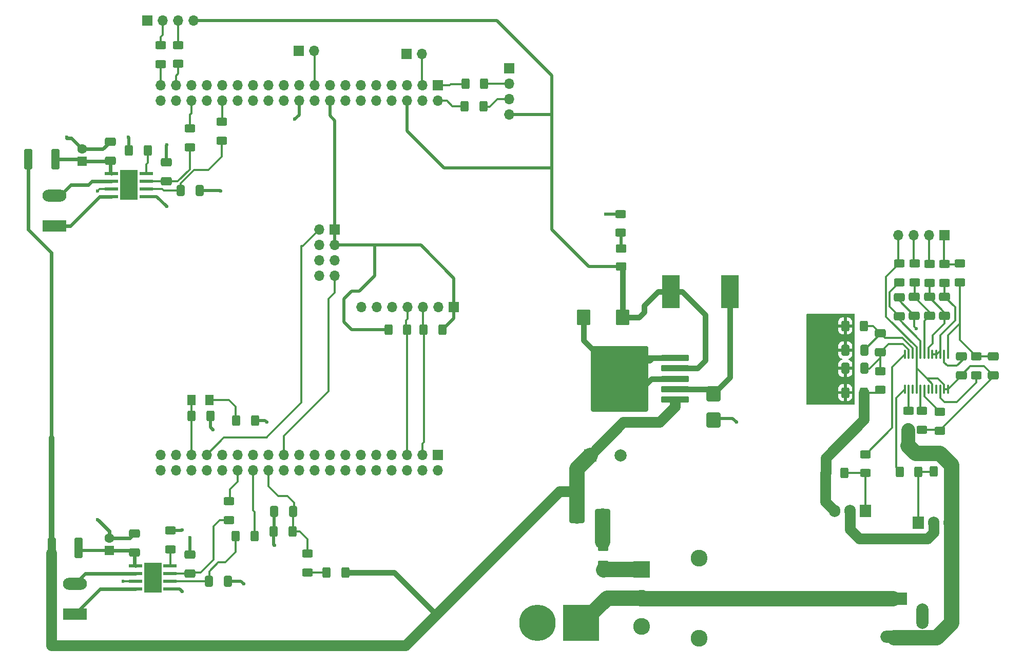
<source format=gbr>
%TF.GenerationSoftware,KiCad,Pcbnew,(7.0.0)*%
%TF.CreationDate,2023-05-15T14:27:38+03:00*%
%TF.ProjectId,ESP,4553502e-6b69-4636-9164-5f7063625858,rev?*%
%TF.SameCoordinates,Original*%
%TF.FileFunction,Copper,L1,Top*%
%TF.FilePolarity,Positive*%
%FSLAX46Y46*%
G04 Gerber Fmt 4.6, Leading zero omitted, Abs format (unit mm)*
G04 Created by KiCad (PCBNEW (7.0.0)) date 2023-05-15 14:27:38*
%MOMM*%
%LPD*%
G01*
G04 APERTURE LIST*
G04 Aperture macros list*
%AMRoundRect*
0 Rectangle with rounded corners*
0 $1 Rounding radius*
0 $2 $3 $4 $5 $6 $7 $8 $9 X,Y pos of 4 corners*
0 Add a 4 corners polygon primitive as box body*
4,1,4,$2,$3,$4,$5,$6,$7,$8,$9,$2,$3,0*
0 Add four circle primitives for the rounded corners*
1,1,$1+$1,$2,$3*
1,1,$1+$1,$4,$5*
1,1,$1+$1,$6,$7*
1,1,$1+$1,$8,$9*
0 Add four rect primitives between the rounded corners*
20,1,$1+$1,$2,$3,$4,$5,0*
20,1,$1+$1,$4,$5,$6,$7,0*
20,1,$1+$1,$6,$7,$8,$9,0*
20,1,$1+$1,$8,$9,$2,$3,0*%
G04 Aperture macros list end*
%TA.AperFunction,SMDPad,CuDef*%
%ADD10RoundRect,0.250000X0.625000X-0.400000X0.625000X0.400000X-0.625000X0.400000X-0.625000X-0.400000X0*%
%TD*%
%TA.AperFunction,SMDPad,CuDef*%
%ADD11RoundRect,0.250000X0.412500X0.650000X-0.412500X0.650000X-0.412500X-0.650000X0.412500X-0.650000X0*%
%TD*%
%TA.AperFunction,SMDPad,CuDef*%
%ADD12RoundRect,0.250000X-0.400000X-1.450000X0.400000X-1.450000X0.400000X1.450000X-0.400000X1.450000X0*%
%TD*%
%TA.AperFunction,ComponentPad*%
%ADD13R,1.905000X2.000000*%
%TD*%
%TA.AperFunction,ComponentPad*%
%ADD14O,1.905000X2.000000*%
%TD*%
%TA.AperFunction,SMDPad,CuDef*%
%ADD15RoundRect,0.250000X2.050000X0.300000X-2.050000X0.300000X-2.050000X-0.300000X2.050000X-0.300000X0*%
%TD*%
%TA.AperFunction,SMDPad,CuDef*%
%ADD16RoundRect,0.250000X2.025000X2.375000X-2.025000X2.375000X-2.025000X-2.375000X2.025000X-2.375000X0*%
%TD*%
%TA.AperFunction,SMDPad,CuDef*%
%ADD17RoundRect,0.250002X4.449998X5.149998X-4.449998X5.149998X-4.449998X-5.149998X4.449998X-5.149998X0*%
%TD*%
%TA.AperFunction,SMDPad,CuDef*%
%ADD18RoundRect,0.250000X-0.400000X-0.625000X0.400000X-0.625000X0.400000X0.625000X-0.400000X0.625000X0*%
%TD*%
%TA.AperFunction,SMDPad,CuDef*%
%ADD19RoundRect,0.250000X-0.625000X0.400000X-0.625000X-0.400000X0.625000X-0.400000X0.625000X0.400000X0*%
%TD*%
%TA.AperFunction,SMDPad,CuDef*%
%ADD20RoundRect,0.250000X0.650000X-0.412500X0.650000X0.412500X-0.650000X0.412500X-0.650000X-0.412500X0*%
%TD*%
%TA.AperFunction,SMDPad,CuDef*%
%ADD21RoundRect,0.250000X0.400000X0.625000X-0.400000X0.625000X-0.400000X-0.625000X0.400000X-0.625000X0*%
%TD*%
%TA.AperFunction,ComponentPad*%
%ADD22R,2.775000X2.775000*%
%TD*%
%TA.AperFunction,ComponentPad*%
%ADD23C,2.775000*%
%TD*%
%TA.AperFunction,ComponentPad*%
%ADD24R,1.700000X1.700000*%
%TD*%
%TA.AperFunction,ComponentPad*%
%ADD25O,1.700000X1.700000*%
%TD*%
%TA.AperFunction,ComponentPad*%
%ADD26R,1.600000X1.600000*%
%TD*%
%TA.AperFunction,ComponentPad*%
%ADD27C,1.600000*%
%TD*%
%TA.AperFunction,ComponentPad*%
%ADD28C,6.000000*%
%TD*%
%TA.AperFunction,ComponentPad*%
%ADD29R,6.000000X6.000000*%
%TD*%
%TA.AperFunction,SMDPad,CuDef*%
%ADD30RoundRect,0.250000X0.875000X1.025000X-0.875000X1.025000X-0.875000X-1.025000X0.875000X-1.025000X0*%
%TD*%
%TA.AperFunction,SMDPad,CuDef*%
%ADD31RoundRect,0.250000X-1.000000X-0.900000X1.000000X-0.900000X1.000000X0.900000X-1.000000X0.900000X0*%
%TD*%
%TA.AperFunction,ComponentPad*%
%ADD32R,2.000000X2.000000*%
%TD*%
%TA.AperFunction,ComponentPad*%
%ADD33C,2.000000*%
%TD*%
%TA.AperFunction,SMDPad,CuDef*%
%ADD34RoundRect,0.250001X-0.624999X0.462499X-0.624999X-0.462499X0.624999X-0.462499X0.624999X0.462499X0*%
%TD*%
%TA.AperFunction,SMDPad,CuDef*%
%ADD35R,2.900000X5.400000*%
%TD*%
%TA.AperFunction,SMDPad,CuDef*%
%ADD36R,2.200000X0.500000*%
%TD*%
%TA.AperFunction,ComponentPad*%
%ADD37C,0.630000*%
%TD*%
%TA.AperFunction,SMDPad,CuDef*%
%ADD38R,2.950000X4.900000*%
%TD*%
%TA.AperFunction,SMDPad,CuDef*%
%ADD39RoundRect,0.250000X-0.650000X0.412500X-0.650000X-0.412500X0.650000X-0.412500X0.650000X0.412500X0*%
%TD*%
%TA.AperFunction,SMDPad,CuDef*%
%ADD40RoundRect,0.250001X0.624999X-0.462499X0.624999X0.462499X-0.624999X0.462499X-0.624999X-0.462499X0*%
%TD*%
%TA.AperFunction,SMDPad,CuDef*%
%ADD41RoundRect,0.100000X-0.100000X0.637500X-0.100000X-0.637500X0.100000X-0.637500X0.100000X0.637500X0*%
%TD*%
%TA.AperFunction,ComponentPad*%
%ADD42R,3.960000X1.980000*%
%TD*%
%TA.AperFunction,ComponentPad*%
%ADD43O,3.960000X1.980000*%
%TD*%
%TA.AperFunction,SMDPad,CuDef*%
%ADD44RoundRect,0.250000X-0.900000X1.000000X-0.900000X-1.000000X0.900000X-1.000000X0.900000X1.000000X0*%
%TD*%
%TA.AperFunction,SMDPad,CuDef*%
%ADD45RoundRect,0.250000X-0.412500X-0.650000X0.412500X-0.650000X0.412500X0.650000X-0.412500X0.650000X0*%
%TD*%
%TA.AperFunction,ComponentPad*%
%ADD46R,4.600000X2.000000*%
%TD*%
%TA.AperFunction,ComponentPad*%
%ADD47O,4.200000X2.000000*%
%TD*%
%TA.AperFunction,ComponentPad*%
%ADD48O,2.000000X4.200000*%
%TD*%
%TA.AperFunction,SMDPad,CuDef*%
%ADD49RoundRect,0.250001X0.462499X0.624999X-0.462499X0.624999X-0.462499X-0.624999X0.462499X-0.624999X0*%
%TD*%
%TA.AperFunction,ViaPad*%
%ADD50C,0.600000*%
%TD*%
%TA.AperFunction,Conductor*%
%ADD51C,0.500000*%
%TD*%
%TA.AperFunction,Conductor*%
%ADD52C,0.300000*%
%TD*%
%TA.AperFunction,Conductor*%
%ADD53C,0.600000*%
%TD*%
%TA.AperFunction,Conductor*%
%ADD54C,0.900000*%
%TD*%
%TA.AperFunction,Conductor*%
%ADD55C,2.500000*%
%TD*%
%TA.AperFunction,Conductor*%
%ADD56C,1.800000*%
%TD*%
%TA.AperFunction,Conductor*%
%ADD57C,2.300000*%
%TD*%
G04 APERTURE END LIST*
D10*
%TO.P,R19,1*%
%TO.N,Net-(U6-ILIM)*%
X83100000Y-126850000D03*
%TO.P,R19,2*%
%TO.N,Battery-*%
X83100000Y-123750000D03*
%TD*%
D11*
%TO.P,C12,1*%
%TO.N,Battery level*%
X103362500Y-120600000D03*
%TO.P,C12,2*%
%TO.N,Battery-*%
X100237500Y-120600000D03*
%TD*%
D12*
%TO.P,F2,1*%
%TO.N,+12V*%
X59665000Y-62550000D03*
%TO.P,F2,2*%
%TO.N,N/C*%
X64115000Y-62550000D03*
%TD*%
D13*
%TO.P,Q6,1,G*%
%TO.N,Net-(Q6-G)*%
X197779999Y-120537499D03*
D14*
%TO.P,Q6,2,D*%
%TO.N,Net-(Q5-D)*%
X195239999Y-120537499D03*
%TO.P,Q6,3,S*%
%TO.N,Net-(Q6-S)*%
X192699999Y-120537499D03*
%TD*%
D11*
%TO.P,C21,1*%
%TO.N,Net-(U1-SRP)*%
X197540000Y-94007500D03*
%TO.P,C21,2*%
%TO.N,Battery-*%
X194415000Y-94007500D03*
%TD*%
D15*
%TO.P,U5,1,VIN*%
%TO.N,+12V*%
X166375000Y-102125000D03*
%TO.P,U5,2,OUT*%
%TO.N,Net-(D1-K)*%
X166375000Y-100425000D03*
%TO.P,U5,3,GND*%
%TO.N,Battery-*%
X166375000Y-98725000D03*
D16*
X159650000Y-101500000D03*
X159650000Y-95950000D03*
D17*
X157225000Y-98725000D03*
D16*
X154800000Y-101500000D03*
X154800000Y-95950000D03*
D15*
%TO.P,U5,4,FB*%
%TO.N,+5V*%
X166375000Y-97025000D03*
%TO.P,U5,5,~{ON}/OFF*%
%TO.N,Battery-*%
X166375000Y-95325000D03*
%TD*%
D18*
%TO.P,R33,1*%
%TO.N,Net-(Q6-S)*%
X191190000Y-114232500D03*
%TO.P,R33,2*%
%TO.N,Net-(Q6-G)*%
X194290000Y-114232500D03*
%TD*%
D19*
%TO.P,R24,1*%
%TO.N,Net-(U1-LD)*%
X204815000Y-104045000D03*
%TO.P,R24,2*%
%TO.N,P-*%
X204815000Y-107145000D03*
%TD*%
D20*
%TO.P,C8,1*%
%TO.N,N/C*%
X77200000Y-127362500D03*
%TO.P,C8,2*%
%TO.N,Battery-*%
X77200000Y-124237500D03*
%TD*%
D19*
%TO.P,R26,1*%
%TO.N,Net-(U1-SRN)*%
X200215000Y-97457500D03*
%TO.P,R26,2*%
%TO.N,Net-(Q6-S)*%
X200215000Y-100557500D03*
%TD*%
D21*
%TO.P,R25,1*%
%TO.N,Net-(Q6-S)*%
X197515000Y-101007500D03*
%TO.P,R25,2*%
%TO.N,Battery-*%
X194415000Y-101007500D03*
%TD*%
D22*
%TO.P,SW1,1,A*%
%TO.N,Net-(SW1-A)*%
X160809999Y-130174999D03*
D23*
%TO.P,SW1,2,B*%
%TO.N,Battery+*%
X160810000Y-134875000D03*
%TO.P,SW1,3,C*%
%TO.N,unconnected-(SW1-C-Pad3)*%
X160810000Y-139575000D03*
%TO.P,SW1,S1*%
%TO.N,N/C*%
X170340000Y-128270000D03*
%TO.P,SW1,S2*%
X170340000Y-141480000D03*
%TD*%
D24*
%TO.P,J12,1,Pin_1*%
%TO.N,Battery-*%
X104299999Y-44699999D03*
D25*
%TO.P,J12,2,Pin_2*%
%TO.N,Bumper Button 2*%
X106839999Y-44699999D03*
%TD*%
D26*
%TO.P,C9,1*%
%TO.N,N/C*%
X73024999Y-126999999D03*
D27*
%TO.P,C9,2*%
%TO.N,Battery-*%
X73025000Y-125000000D03*
%TD*%
D21*
%TO.P,R7,1*%
%TO.N,+3.3V*%
X127950000Y-90670000D03*
%TO.P,R7,2*%
%TO.N,Net-(J16-Pin_3)*%
X124850000Y-90670000D03*
%TD*%
D28*
%TO.P,J6,N,NEG*%
%TO.N,Battery-*%
X143670000Y-139000000D03*
D29*
%TO.P,J6,P,POS*%
%TO.N,Battery+*%
X150869999Y-138999999D03*
%TD*%
D21*
%TO.P,R3k1,1*%
%TO.N,InputA2*%
X97000000Y-124700000D03*
%TO.P,R3k1,2*%
%TO.N,Net-(U6-IN2)*%
X93900000Y-124700000D03*
%TD*%
D24*
%TO.P,J2,1,Pin_1*%
%TO.N,+3.3V*%
X129839999Y-86869999D03*
D25*
%TO.P,J2,2,Pin_2*%
%TO.N,Battery-*%
X127299999Y-86869999D03*
%TO.P,J2,3,Pin_3*%
%TO.N,Net-(J16-Pin_3)*%
X124759999Y-86869999D03*
%TO.P,J2,4,Pin_4*%
%TO.N,Net-(J16-Pin_5)*%
X122219999Y-86869999D03*
%TO.P,J2,5,Pin_5*%
%TO.N,unconnected-(J2-Pin_5-Pad5)*%
X119679999Y-86869999D03*
%TO.P,J2,6,Pin_6*%
%TO.N,unconnected-(J2-Pin_6-Pad6)*%
X117139999Y-86869999D03*
%TO.P,J2,7,Pin_7*%
%TO.N,unconnected-(J2-Pin_7-Pad7)*%
X114599999Y-86869999D03*
%TD*%
D18*
%TO.P,R10,1*%
%TO.N,Net-(D4-K)*%
X93970000Y-105600000D03*
%TO.P,R10,2*%
%TO.N,Battery-*%
X97070000Y-105600000D03*
%TD*%
D19*
%TO.P,R17,1*%
%TO.N,InputA1*%
X92800000Y-118950000D03*
%TO.P,R17,2*%
%TO.N,Net-(U6-IN1)*%
X92800000Y-122050000D03*
%TD*%
D10*
%TO.P,R15,1*%
%TO.N,Trig A*%
X84400000Y-46800000D03*
%TO.P,R15,2*%
%TO.N,Net-(J7-Pin_3)*%
X84400000Y-43700000D03*
%TD*%
D24*
%TO.P,J3,1,Pin_1*%
%TO.N,Cell3+*%
X210814999Y-75094999D03*
D25*
%TO.P,J3,2,Pin_2*%
%TO.N,Cell2+*%
X208274999Y-75094999D03*
%TO.P,J3,3,Pin_3*%
%TO.N,Cell1+*%
X205734999Y-75094999D03*
%TO.P,J3,4,Pin_4*%
%TO.N,Battery-*%
X203194999Y-75094999D03*
%TD*%
D19*
%TO.P,R9,1*%
%TO.N,Battery-*%
X203315000Y-79745000D03*
%TO.P,R9,2*%
%TO.N,Net-(U1-VC0)*%
X203315000Y-82845000D03*
%TD*%
D30*
%TO.P,C11,1*%
%TO.N,+5V*%
X157700000Y-88600000D03*
%TO.P,C11,2*%
%TO.N,Battery-*%
X151300000Y-88600000D03*
%TD*%
D21*
%TO.P,R16,1*%
%TO.N,Net-(U4-ILIM)*%
X79350000Y-61100000D03*
%TO.P,R16,2*%
%TO.N,Battery-*%
X76250000Y-61100000D03*
%TD*%
D19*
%TO.P,R29,1*%
%TO.N,N/C*%
X216065000Y-95045000D03*
%TO.P,R29,2*%
%TO.N,Net-(U1-PRES)*%
X216065000Y-98145000D03*
%TD*%
D24*
%TO.P,J11,1,Pin_1*%
%TO.N,Battery-*%
X122059999Y-45174999D03*
D25*
%TO.P,J11,2,Pin_2*%
%TO.N,Bumper Button 1*%
X124599999Y-45174999D03*
%TD*%
D12*
%TO.P,F3,1*%
%TO.N,+12V*%
X63525000Y-126650000D03*
%TO.P,F3,2*%
%TO.N,N/C*%
X67975000Y-126650000D03*
%TD*%
D31*
%TO.P,D6,1,K*%
%TO.N,+12V*%
X150125000Y-121375000D03*
%TO.P,D6,2,A*%
%TO.N,Net-(D6-A)*%
X154425000Y-121375000D03*
%TD*%
D19*
%TO.P,R21,1*%
%TO.N,InputB2*%
X91600000Y-56350000D03*
%TO.P,R21,2*%
%TO.N,Net-(U4-IN2)*%
X91600000Y-59450000D03*
%TD*%
D18*
%TO.P,R23,1*%
%TO.N,Echo B*%
X131750000Y-50100000D03*
%TO.P,R23,2*%
%TO.N,Net-(J15-Pin_2)*%
X134850000Y-50100000D03*
%TD*%
D32*
%TO.P,C7,1*%
%TO.N,+12V*%
X152324999Y-111374999D03*
D33*
%TO.P,C7,2*%
%TO.N,Battery-*%
X157325000Y-111375000D03*
%TD*%
D10*
%TO.P,R11,1*%
%TO.N,N/C*%
X213315000Y-82845000D03*
%TO.P,R11,2*%
%TO.N,Cell3+*%
X213315000Y-79745000D03*
%TD*%
D19*
%TO.P,R3,1*%
%TO.N,Net-(U1-TS)*%
X209990000Y-104182500D03*
%TO.P,R3,2*%
%TO.N,Battery-*%
X209990000Y-107282500D03*
%TD*%
D34*
%TO.P,D2,1,K*%
%TO.N,Net-(D2-K)*%
X157432045Y-77263234D03*
%TO.P,D2,2,A*%
%TO.N,+5V*%
X157432045Y-80238234D03*
%TD*%
D19*
%TO.P,R28,1*%
%TO.N,Net-(U1-OCDP)*%
X207065000Y-104045000D03*
%TO.P,R28,2*%
%TO.N,Battery-*%
X207065000Y-107145000D03*
%TD*%
D35*
%TO.P,L1,1*%
%TO.N,Net-(D1-K)*%
X175379999Y-84369999D03*
%TO.P,L1,2*%
%TO.N,+5V*%
X165679999Y-84369999D03*
%TD*%
D21*
%TO.P,R31,1*%
%TO.N,Net-(Q5-G)*%
X206490000Y-114082500D03*
%TO.P,R31,2*%
%TO.N,CHG*%
X203390000Y-114082500D03*
%TD*%
D20*
%TO.P,C19,1*%
%TO.N,Net-(U1-SRN)*%
X200215000Y-94320000D03*
%TO.P,C19,2*%
%TO.N,Net-(U1-SRP)*%
X200215000Y-91195000D03*
%TD*%
%TO.P,C18,1*%
%TO.N,Battery-*%
X213565000Y-98157500D03*
%TO.P,C18,2*%
%TO.N,Net-(U1-AVDD)*%
X213565000Y-95032500D03*
%TD*%
D18*
%TO.P,R22,1*%
%TO.N,Trig B*%
X131650000Y-53800000D03*
%TO.P,R22,2*%
%TO.N,Net-(J15-Pin_3)*%
X134750000Y-53800000D03*
%TD*%
D36*
%TO.P,U4,1,GND*%
%TO.N,Battery-*%
X79124999Y-68704999D03*
%TO.P,U4,2,IN2*%
%TO.N,Net-(U4-IN2)*%
X79124999Y-67434999D03*
%TO.P,U4,3,IN1*%
%TO.N,Net-(U4-IN1)*%
X79124999Y-66164999D03*
%TO.P,U4,4,ILIM*%
%TO.N,Net-(U4-ILIM)*%
X79124999Y-64894999D03*
%TO.P,U4,5,VM*%
%TO.N,N/C*%
X73374999Y-64894999D03*
%TO.P,U4,6,OUT1*%
%TO.N,MotorB+*%
X73374999Y-66164999D03*
%TO.P,U4,7,GND*%
%TO.N,Battery-*%
X73374999Y-67434999D03*
%TO.P,U4,8,OUT2*%
%TO.N,MotorB-*%
X73374999Y-68704999D03*
D37*
%TO.P,U4,9,GND*%
%TO.N,Battery-*%
X76900000Y-68100000D03*
X76900000Y-66800000D03*
X76900000Y-65500000D03*
D38*
X76249999Y-66799999D03*
D37*
X75600000Y-68100000D03*
X75600000Y-66800000D03*
X75600000Y-65500000D03*
%TD*%
D19*
%TO.P,R2,1*%
%TO.N,Cell3+*%
X210815000Y-79795000D03*
%TO.P,R2,2*%
%TO.N,Net-(U1-VC3)*%
X210815000Y-82895000D03*
%TD*%
D21*
%TO.P,R27,1*%
%TO.N,Net-(U1-SRP)*%
X197515000Y-90007500D03*
%TO.P,R27,2*%
%TO.N,Battery-*%
X194415000Y-90007500D03*
%TD*%
D20*
%TO.P,C4,1*%
%TO.N,N/C*%
X73200000Y-62762500D03*
%TO.P,C4,2*%
%TO.N,Battery-*%
X73200000Y-59637500D03*
%TD*%
D24*
%TO.P,J7,1,Pin_1*%
%TO.N,Battery-*%
X79299999Y-39699999D03*
D25*
%TO.P,J7,2,Pin_2*%
%TO.N,Net-(J7-Pin_2)*%
X81839999Y-39699999D03*
%TO.P,J7,3,Pin_3*%
%TO.N,Net-(J7-Pin_3)*%
X84379999Y-39699999D03*
%TO.P,J7,4,Pin_4*%
%TO.N,+5V*%
X86919999Y-39699999D03*
%TD*%
D24*
%TO.P,J15,1,Pin_1*%
%TO.N,Battery-*%
X138999999Y-47559999D03*
D25*
%TO.P,J15,2,Pin_2*%
%TO.N,Net-(J15-Pin_2)*%
X138999999Y-50099999D03*
%TO.P,J15,3,Pin_3*%
%TO.N,Net-(J15-Pin_3)*%
X138999999Y-52639999D03*
%TO.P,J15,4,Pin_4*%
%TO.N,+5V*%
X138999999Y-55179999D03*
%TD*%
D18*
%TO.P,R1,1*%
%TO.N,+3.3V*%
X119050000Y-90670000D03*
%TO.P,R1,2*%
%TO.N,Net-(J16-Pin_5)*%
X122150000Y-90670000D03*
%TD*%
D39*
%TO.P,C16,1*%
%TO.N,Net-(U1-VC1)*%
X205815000Y-85220000D03*
%TO.P,C16,2*%
%TO.N,Battery-*%
X205815000Y-88345000D03*
%TD*%
%TO.P,C1,1*%
%TO.N,N/C*%
X218815000Y-95032500D03*
%TO.P,C1,2*%
%TO.N,Battery-*%
X218815000Y-98157500D03*
%TD*%
D40*
%TO.P,F1,1*%
%TO.N,Net-(SW1-A)*%
X154500000Y-129387500D03*
%TO.P,F1,2*%
%TO.N,Net-(D6-A)*%
X154500000Y-126412500D03*
%TD*%
D39*
%TO.P,C3,1*%
%TO.N,Net-(U1-VC2)*%
X208315000Y-85220000D03*
%TO.P,C3,2*%
%TO.N,Net-(U1-VC1)*%
X208315000Y-88345000D03*
%TD*%
D18*
%TO.P,R8,1*%
%TO.N,Fan Signal*%
X86570000Y-104900000D03*
%TO.P,R8,2*%
%TO.N,Battery-*%
X89670000Y-104900000D03*
%TD*%
D41*
%TO.P,U1,1,VDD*%
%TO.N,N/C*%
X211390000Y-94732500D03*
%TO.P,U1,2,AVDD*%
%TO.N,Net-(U1-AVDD)*%
X210740000Y-94732500D03*
%TO.P,U1,3,VC5*%
%TO.N,Net-(U1-VC3)*%
X210090000Y-94732500D03*
%TO.P,U1,4,VC4*%
X209440000Y-94732500D03*
%TO.P,U1,5,VC3*%
X208790000Y-94732500D03*
%TO.P,U1,6,VC2*%
%TO.N,Net-(U1-VC2)*%
X208140000Y-94732500D03*
%TO.P,U1,7,VC1*%
%TO.N,Net-(U1-VC1)*%
X207490000Y-94732500D03*
%TO.P,U1,8,VC0*%
%TO.N,Net-(U1-VC0)*%
X206840000Y-94732500D03*
%TO.P,U1,9,VSS*%
%TO.N,Battery-*%
X206190000Y-94732500D03*
%TO.P,U1,10,SRP*%
%TO.N,Net-(U1-SRP)*%
X205540000Y-94732500D03*
%TO.P,U1,11,SRN*%
%TO.N,Net-(U1-SRN)*%
X204890000Y-94732500D03*
%TO.P,U1,12,DSG*%
%TO.N,DSG*%
X204240000Y-94732500D03*
%TO.P,U1,13,CHG*%
%TO.N,CHG*%
X204240000Y-100457500D03*
%TO.P,U1,14,LD*%
%TO.N,Net-(U1-LD)*%
X204890000Y-100457500D03*
%TO.P,U1,15,LPWR*%
%TO.N,unconnected-(U1-LPWR-Pad15)*%
X205540000Y-100457500D03*
%TO.P,U1,16,CBI*%
%TO.N,Battery-*%
X206190000Y-100457500D03*
%TO.P,U1,17,OCDP*%
%TO.N,Net-(U1-OCDP)*%
X206840000Y-100457500D03*
%TO.P,U1,18,TS*%
%TO.N,Net-(U1-TS)*%
X207490000Y-100457500D03*
%TO.P,U1,19,VTB*%
%TO.N,unconnected-(U1-VTB-Pad19)*%
X208140000Y-100457500D03*
%TO.P,U1,20,CCFG*%
%TO.N,Battery-*%
X208790000Y-100457500D03*
%TO.P,U1,21,CBO*%
%TO.N,unconnected-(U1-CBO-Pad21)*%
X209440000Y-100457500D03*
%TO.P,U1,22,PRES*%
%TO.N,Net-(U1-PRES)*%
X210090000Y-100457500D03*
%TO.P,U1,23,CTRC*%
%TO.N,Battery-*%
X210740000Y-100457500D03*
%TO.P,U1,24,CTRD*%
X211390000Y-100457500D03*
%TD*%
D36*
%TO.P,U6,1,GND*%
%TO.N,Battery-*%
X83062499Y-133404999D03*
%TO.P,U6,2,IN2*%
%TO.N,Net-(U6-IN2)*%
X83062499Y-132134999D03*
%TO.P,U6,3,IN1*%
%TO.N,Net-(U6-IN1)*%
X83062499Y-130864999D03*
%TO.P,U6,4,ILIM*%
%TO.N,Net-(U6-ILIM)*%
X83062499Y-129594999D03*
%TO.P,U6,5,VM*%
%TO.N,N/C*%
X77312499Y-129594999D03*
%TO.P,U6,6,OUT1*%
%TO.N,MotorA+*%
X77312499Y-130864999D03*
%TO.P,U6,7,GND*%
%TO.N,Battery-*%
X77312499Y-132134999D03*
%TO.P,U6,8,OUT2*%
%TO.N,MotorA-*%
X77312499Y-133404999D03*
D37*
%TO.P,U6,9,GND*%
%TO.N,Battery-*%
X80837500Y-132800000D03*
X80837500Y-131500000D03*
X80837500Y-130200000D03*
D38*
X80187499Y-131499999D03*
D37*
X79537500Y-132800000D03*
X79537500Y-131500000D03*
X79537500Y-130200000D03*
%TD*%
D10*
%TO.P,R12,1*%
%TO.N,Net-(R12-Pad1)*%
X105700000Y-130650000D03*
%TO.P,R12,2*%
%TO.N,Battery level*%
X105700000Y-127550000D03*
%TD*%
D42*
%TO.P,J4,1,Pin_1*%
%TO.N,MotorA-*%
X67349999Y-137539999D03*
D43*
%TO.P,J4,2,Pin_2*%
%TO.N,MotorA+*%
X67349999Y-132539999D03*
%TD*%
D21*
%TO.P,R13,1*%
%TO.N,Battery level*%
X103250000Y-123900000D03*
%TO.P,R13,2*%
%TO.N,Battery-*%
X100150000Y-123900000D03*
%TD*%
D44*
%TO.P,D1,1,K*%
%TO.N,Net-(D1-K)*%
X172670000Y-101220000D03*
%TO.P,D1,2,A*%
%TO.N,Battery-*%
X172670000Y-105520000D03*
%TD*%
D10*
%TO.P,R32,1*%
%TO.N,Net-(Q6-G)*%
X197740000Y-114282500D03*
%TO.P,R32,2*%
%TO.N,DSG*%
X197740000Y-111182500D03*
%TD*%
D39*
%TO.P,C2,1*%
%TO.N,Net-(U1-VC3)*%
X210815000Y-85220000D03*
%TO.P,C2,2*%
%TO.N,Net-(U1-VC2)*%
X210815000Y-88345000D03*
%TD*%
D10*
%TO.P,R4,1*%
%TO.N,Net-(D2-K)*%
X157400000Y-74650000D03*
%TO.P,R4,2*%
%TO.N,Battery-*%
X157400000Y-71550000D03*
%TD*%
D19*
%TO.P,R5,1*%
%TO.N,Cell2+*%
X208315000Y-79795000D03*
%TO.P,R5,2*%
%TO.N,Net-(U1-VC2)*%
X208315000Y-82895000D03*
%TD*%
%TO.P,R20,1*%
%TO.N,InputB1*%
X86300000Y-57450000D03*
%TO.P,R20,2*%
%TO.N,Net-(U4-IN1)*%
X86300000Y-60550000D03*
%TD*%
D21*
%TO.P,R30,1*%
%TO.N,P-*%
X212140000Y-113992500D03*
%TO.P,R30,2*%
%TO.N,Net-(Q5-G)*%
X209040000Y-113992500D03*
%TD*%
D11*
%TO.P,C20,1*%
%TO.N,Net-(U1-SRN)*%
X197540000Y-97007500D03*
%TO.P,C20,2*%
%TO.N,Battery-*%
X194415000Y-97007500D03*
%TD*%
D45*
%TO.P,C15,1*%
%TO.N,Net-(U6-IN2)*%
X89487500Y-132100000D03*
%TO.P,C15,2*%
%TO.N,Battery-*%
X92612500Y-132100000D03*
%TD*%
%TO.P,C14,1*%
%TO.N,Net-(U4-IN2)*%
X84837500Y-67700000D03*
%TO.P,C14,2*%
%TO.N,Battery-*%
X87962500Y-67700000D03*
%TD*%
D26*
%TO.P,C6,1*%
%TO.N,N/C*%
X68579999Y-62864999D03*
D27*
%TO.P,C6,2*%
%TO.N,Battery-*%
X68580000Y-60865000D03*
%TD*%
D13*
%TO.P,Q5,1,G*%
%TO.N,Net-(Q5-G)*%
X206459999Y-122427499D03*
D14*
%TO.P,Q5,2,D*%
%TO.N,Net-(Q5-D)*%
X208999999Y-122427499D03*
%TO.P,Q5,3,S*%
%TO.N,P-*%
X211539999Y-122427499D03*
%TD*%
D21*
%TO.P,R14,1*%
%TO.N,+12V*%
X111950000Y-130700000D03*
%TO.P,R14,2*%
%TO.N,Net-(R12-Pad1)*%
X108850000Y-130700000D03*
%TD*%
D20*
%TO.P,C5,1*%
%TO.N,Net-(U4-IN1)*%
X82400000Y-66200000D03*
%TO.P,C5,2*%
%TO.N,Battery-*%
X82400000Y-63075000D03*
%TD*%
D42*
%TO.P,J5,1,Pin_1*%
%TO.N,MotorB-*%
X63989999Y-73529999D03*
D43*
%TO.P,J5,2,Pin_2*%
%TO.N,MotorB+*%
X63989999Y-68529999D03*
%TD*%
D10*
%TO.P,R18,1*%
%TO.N,Echo A*%
X81500000Y-46850000D03*
%TO.P,R18,2*%
%TO.N,Net-(J7-Pin_2)*%
X81500000Y-43750000D03*
%TD*%
D20*
%TO.P,C10,1*%
%TO.N,Net-(U6-IN1)*%
X86350000Y-130825000D03*
%TO.P,C10,2*%
%TO.N,Battery-*%
X86350000Y-127700000D03*
%TD*%
%TO.P,C17,1*%
%TO.N,Net-(U1-VC0)*%
X203315000Y-88407500D03*
%TO.P,C17,2*%
%TO.N,Battery-*%
X203315000Y-85282500D03*
%TD*%
D24*
%TO.P,J9,1,Pin_1*%
%TO.N,+3.3V*%
X110229999Y-74099999D03*
D25*
%TO.P,J9,2,Pin_2*%
%TO.N,RX*%
X107689999Y-74099999D03*
%TO.P,J9,3,Pin_3*%
%TO.N,+3.3V*%
X110229999Y-76639999D03*
%TO.P,J9,4,Pin_4*%
%TO.N,unconnected-(J9-Pin_4-Pad4)*%
X107689999Y-76639999D03*
%TO.P,J9,5,Pin_5*%
%TO.N,unconnected-(J9-Pin_5-Pad5)*%
X110229999Y-79179999D03*
%TO.P,J9,6,Pin_6*%
%TO.N,unconnected-(J9-Pin_6-Pad6)*%
X107689999Y-79179999D03*
%TO.P,J9,7,Pin_7*%
%TO.N,TX*%
X110229999Y-81719999D03*
%TO.P,J9,8,Pin_8*%
%TO.N,Battery-*%
X107689999Y-81719999D03*
%TD*%
D19*
%TO.P,R6,1*%
%TO.N,Cell1+*%
X205833234Y-79745000D03*
%TO.P,R6,2*%
%TO.N,Net-(U1-VC1)*%
X205833234Y-82845000D03*
%TD*%
D46*
%TO.P,J1,1*%
%TO.N,Battery+*%
X202349999Y-134999999D03*
D47*
%TO.P,J1,2*%
%TO.N,P-*%
X202349999Y-141299999D03*
D48*
%TO.P,J1,3*%
%TO.N,N/C*%
X207149999Y-137899999D03*
%TD*%
D49*
%TO.P,D4,1,K*%
%TO.N,Net-(D4-K)*%
X89520000Y-102200000D03*
%TO.P,D4,2,A*%
%TO.N,Fan Signal*%
X86545000Y-102200000D03*
%TD*%
D24*
%TO.P,J16,1,Pin_1*%
%TO.N,unconnected-(J16-Pin_1-Pad1)*%
X127199999Y-111299999D03*
D25*
%TO.P,J16,2,Pin_2*%
%TO.N,unconnected-(J16-Pin_2-Pad2)*%
X127199999Y-113839999D03*
%TO.P,J16,3,Pin_3*%
%TO.N,Net-(J16-Pin_3)*%
X124659999Y-111299999D03*
%TO.P,J16,4,Pin_4*%
%TO.N,unconnected-(J16-Pin_4-Pad4)*%
X124659999Y-113839999D03*
%TO.P,J16,5,Pin_5*%
%TO.N,Net-(J16-Pin_5)*%
X122119999Y-111299999D03*
%TO.P,J16,6,Pin_6*%
%TO.N,unconnected-(J16-Pin_6-Pad6)*%
X122119999Y-113839999D03*
%TO.P,J16,7,Pin_7*%
%TO.N,unconnected-(J16-Pin_7-Pad7)*%
X119579999Y-111299999D03*
%TO.P,J16,8,Pin_8*%
%TO.N,unconnected-(J16-Pin_8-Pad8)*%
X119579999Y-113839999D03*
%TO.P,J16,9,Pin_9*%
%TO.N,Battery-*%
X117039999Y-111299999D03*
%TO.P,J16,10,Pin_10*%
%TO.N,unconnected-(J16-Pin_10-Pad10)*%
X117039999Y-113839999D03*
%TO.P,J16,11,Pin_11*%
%TO.N,unconnected-(J16-Pin_11-Pad11)*%
X114499999Y-111299999D03*
%TO.P,J16,12,Pin_12*%
%TO.N,unconnected-(J16-Pin_12-Pad12)*%
X114499999Y-113839999D03*
%TO.P,J16,13,Pin_13*%
%TO.N,unconnected-(J16-Pin_13-Pad13)*%
X111959999Y-111299999D03*
%TO.P,J16,14,Pin_14*%
%TO.N,unconnected-(J16-Pin_14-Pad14)*%
X111959999Y-113839999D03*
%TO.P,J16,15,Pin_15*%
%TO.N,unconnected-(J16-Pin_15-Pad15)*%
X109419999Y-111299999D03*
%TO.P,J16,16,Pin_16*%
%TO.N,unconnected-(J16-Pin_16-Pad16)*%
X109419999Y-113839999D03*
%TO.P,J16,17,Pin_17*%
%TO.N,unconnected-(J16-Pin_17-Pad17)*%
X106879999Y-111299999D03*
%TO.P,J16,18,Pin_18*%
%TO.N,unconnected-(J16-Pin_18-Pad18)*%
X106879999Y-113839999D03*
%TO.P,J16,19,Pin_19*%
%TO.N,unconnected-(J16-Pin_19-Pad19)*%
X104339999Y-111299999D03*
%TO.P,J16,20,Pin_20*%
%TO.N,Battery-*%
X104339999Y-113839999D03*
%TO.P,J16,21,Pin_21*%
%TO.N,TX*%
X101799999Y-111299999D03*
%TO.P,J16,22,Pin_22*%
%TO.N,unconnected-(J16-Pin_22-Pad22)*%
X101799999Y-113839999D03*
%TO.P,J16,23,Pin_23*%
%TO.N,unconnected-(J16-Pin_23-Pad23)*%
X99259999Y-111299999D03*
%TO.P,J16,24,Pin_24*%
%TO.N,Battery level*%
X99259999Y-113839999D03*
%TO.P,J16,25,Pin_25*%
%TO.N,unconnected-(J16-Pin_25-Pad25)*%
X96719999Y-111299999D03*
%TO.P,J16,26,Pin_26*%
%TO.N,InputA2*%
X96719999Y-113839999D03*
%TO.P,J16,27,Pin_27*%
%TO.N,unconnected-(J16-Pin_27-Pad27)*%
X94179999Y-111299999D03*
%TO.P,J16,28,Pin_28*%
%TO.N,InputA1*%
X94179999Y-113839999D03*
%TO.P,J16,29,Pin_29*%
%TO.N,unconnected-(J16-Pin_29-Pad29)*%
X91639999Y-111299999D03*
%TO.P,J16,30,Pin_30*%
%TO.N,unconnected-(J16-Pin_30-Pad30)*%
X91639999Y-113839999D03*
%TO.P,J16,31,Pin_31*%
%TO.N,RX*%
X89099999Y-111299999D03*
%TO.P,J16,32,Pin_32*%
%TO.N,unconnected-(J16-Pin_32-Pad32)*%
X89099999Y-113839999D03*
%TO.P,J16,33,Pin_33*%
%TO.N,Fan Signal*%
X86559999Y-111299999D03*
%TO.P,J16,34,Pin_34*%
%TO.N,unconnected-(J16-Pin_34-Pad34)*%
X86559999Y-113839999D03*
%TO.P,J16,35,Pin_35*%
%TO.N,unconnected-(J16-Pin_35-Pad35)*%
X84019999Y-111299999D03*
%TO.P,J16,36,Pin_36*%
%TO.N,unconnected-(J16-Pin_36-Pad36)*%
X84019999Y-113839999D03*
%TO.P,J16,37,Pin_37*%
%TO.N,unconnected-(J16-Pin_37-Pad37)*%
X81479999Y-111299999D03*
%TO.P,J16,38,Pin_38*%
%TO.N,unconnected-(J16-Pin_38-Pad38)*%
X81479999Y-113839999D03*
%TD*%
D24*
%TO.P,J14,1,Pin_1*%
%TO.N,Echo B*%
X127179999Y-50359999D03*
D25*
%TO.P,J14,2,Pin_2*%
%TO.N,Trig B*%
X127179999Y-52899999D03*
%TO.P,J14,3,Pin_3*%
%TO.N,Bumper Button 1*%
X124639999Y-50359999D03*
%TO.P,J14,4,Pin_4*%
%TO.N,unconnected-(J14-Pin_4-Pad4)*%
X124639999Y-52899999D03*
%TO.P,J14,5,Pin_5*%
%TO.N,unconnected-(J14-Pin_5-Pad5)*%
X122099999Y-50359999D03*
%TO.P,J14,6,Pin_6*%
%TO.N,+5V*%
X122099999Y-52899999D03*
%TO.P,J14,7,Pin_7*%
%TO.N,unconnected-(J14-Pin_7-Pad7)*%
X119559999Y-50359999D03*
%TO.P,J14,8,Pin_8*%
%TO.N,Battery-*%
X119559999Y-52899999D03*
%TO.P,J14,9,Pin_9*%
%TO.N,unconnected-(J14-Pin_9-Pad9)*%
X117019999Y-50359999D03*
%TO.P,J14,10,Pin_10*%
%TO.N,unconnected-(J14-Pin_10-Pad10)*%
X117019999Y-52899999D03*
%TO.P,J14,11,Pin_11*%
%TO.N,unconnected-(J14-Pin_11-Pad11)*%
X114479999Y-50359999D03*
%TO.P,J14,12,Pin_12*%
%TO.N,unconnected-(J14-Pin_12-Pad12)*%
X114479999Y-52899999D03*
%TO.P,J14,13,Pin_13*%
%TO.N,unconnected-(J14-Pin_13-Pad13)*%
X111939999Y-50359999D03*
%TO.P,J14,14,Pin_14*%
%TO.N,unconnected-(J14-Pin_14-Pad14)*%
X111939999Y-52899999D03*
%TO.P,J14,15,Pin_15*%
%TO.N,unconnected-(J14-Pin_15-Pad15)*%
X109399999Y-50359999D03*
%TO.P,J14,16,Pin_16*%
%TO.N,+3.3V*%
X109399999Y-52899999D03*
%TO.P,J14,17,Pin_17*%
%TO.N,Bumper Button 2*%
X106859999Y-50359999D03*
%TO.P,J14,18,Pin_18*%
%TO.N,unconnected-(J14-Pin_18-Pad18)*%
X106859999Y-52899999D03*
%TO.P,J14,19,Pin_19*%
%TO.N,Battery-*%
X104319999Y-50359999D03*
%TO.P,J14,20,Pin_20*%
X104319999Y-52899999D03*
%TO.P,J14,21,Pin_21*%
%TO.N,unconnected-(J14-Pin_21-Pad21)*%
X101779999Y-50359999D03*
%TO.P,J14,22,Pin_22*%
%TO.N,Battery-*%
X101779999Y-52899999D03*
%TO.P,J14,23,Pin_23*%
%TO.N,unconnected-(J14-Pin_23-Pad23)*%
X99239999Y-50359999D03*
%TO.P,J14,24,Pin_24*%
%TO.N,unconnected-(J14-Pin_24-Pad24)*%
X99239999Y-52899999D03*
%TO.P,J14,25,Pin_25*%
%TO.N,unconnected-(J14-Pin_25-Pad25)*%
X96699999Y-50359999D03*
%TO.P,J14,26,Pin_26*%
%TO.N,unconnected-(J14-Pin_26-Pad26)*%
X96699999Y-52899999D03*
%TO.P,J14,27,Pin_27*%
%TO.N,unconnected-(J14-Pin_27-Pad27)*%
X94159999Y-50359999D03*
%TO.P,J14,28,Pin_28*%
%TO.N,unconnected-(J14-Pin_28-Pad28)*%
X94159999Y-52899999D03*
%TO.P,J14,29,Pin_29*%
%TO.N,unconnected-(J14-Pin_29-Pad29)*%
X91619999Y-50359999D03*
%TO.P,J14,30,Pin_30*%
%TO.N,InputB2*%
X91619999Y-52899999D03*
%TO.P,J14,31,Pin_31*%
%TO.N,unconnected-(J14-Pin_31-Pad31)*%
X89079999Y-50359999D03*
%TO.P,J14,32,Pin_32*%
%TO.N,unconnected-(J14-Pin_32-Pad32)*%
X89079999Y-52899999D03*
%TO.P,J14,33,Pin_33*%
%TO.N,unconnected-(J14-Pin_33-Pad33)*%
X86539999Y-50359999D03*
%TO.P,J14,34,Pin_34*%
%TO.N,InputB1*%
X86539999Y-52899999D03*
%TO.P,J14,35,Pin_35*%
%TO.N,Trig A*%
X83999999Y-50359999D03*
%TO.P,J14,36,Pin_36*%
%TO.N,unconnected-(J14-Pin_36-Pad36)*%
X83999999Y-52899999D03*
%TO.P,J14,37,Pin_37*%
%TO.N,Echo A*%
X81459999Y-50359999D03*
%TO.P,J14,38,Pin_38*%
%TO.N,unconnected-(J14-Pin_38-Pad38)*%
X81459999Y-52899999D03*
%TD*%
D50*
%TO.N,Battery-*%
X103610000Y-55960000D03*
X190000000Y-97000000D03*
X71120000Y-121920000D03*
X82500000Y-70350000D03*
X154890000Y-71620000D03*
X176480000Y-105910000D03*
X100280000Y-126230000D03*
X162510000Y-95750000D03*
X82500000Y-60190000D03*
X190000000Y-94000000D03*
X86310000Y-124960000D03*
X95200000Y-132580000D03*
X91390000Y-67810000D03*
X71070000Y-67810000D03*
X66040000Y-58920000D03*
X190000000Y-101000000D03*
X190000000Y-90000000D03*
X76150000Y-58920000D03*
X99010000Y-105910000D03*
X206140000Y-90482500D03*
X90120000Y-107180000D03*
X85040000Y-133850000D03*
X85040000Y-123690000D03*
X75325000Y-132135000D03*
%TD*%
D51*
%TO.N,Battery-*%
X104320000Y-55250000D02*
X103610000Y-55960000D01*
X104320000Y-52900000D02*
X104320000Y-55250000D01*
%TO.N,+3.3V*%
X110230000Y-74100000D02*
X110230000Y-76640000D01*
X111650000Y-76640000D02*
X110230000Y-76640000D01*
X111710000Y-76700000D02*
X111650000Y-76640000D01*
X116790000Y-76700000D02*
X111710000Y-76700000D01*
X110230000Y-56170000D02*
X110230000Y-74100000D01*
X109400000Y-55340000D02*
X110230000Y-56170000D01*
D52*
%TO.N,RX*%
X104940000Y-76850000D02*
X107690000Y-74100000D01*
X104720000Y-76850000D02*
X104940000Y-76850000D01*
X104720000Y-102680000D02*
X104720000Y-76850000D01*
X98950000Y-108450000D02*
X104720000Y-102680000D01*
X98950000Y-108450000D02*
X99010000Y-108450000D01*
X91950000Y-108450000D02*
X98950000Y-108450000D01*
%TO.N,TX*%
X110230000Y-84530000D02*
X110230000Y-81720000D01*
X109170000Y-85590000D02*
X110230000Y-84530000D01*
%TO.N,Battery-*%
X210740000Y-99733604D02*
X210740000Y-100457500D01*
D51*
X87962500Y-67700000D02*
X91280000Y-67700000D01*
X162310000Y-95950000D02*
X162510000Y-95750000D01*
D52*
X201140000Y-88482500D02*
X201140000Y-81920000D01*
D51*
X97070000Y-105600000D02*
X98700000Y-105600000D01*
D52*
X208790000Y-99570000D02*
X207921802Y-98701802D01*
X211390000Y-100457500D02*
X213565000Y-98282500D01*
D53*
X76437500Y-125000000D02*
X77200000Y-124237500D01*
D52*
X201140000Y-81920000D02*
X203315000Y-79745000D01*
X209708198Y-98701802D02*
X210740000Y-99733604D01*
D53*
X73025000Y-123825000D02*
X71120000Y-121920000D01*
D52*
X209852500Y-107145000D02*
X209990000Y-107282500D01*
X73375000Y-67435000D02*
X71445000Y-67435000D01*
X215040000Y-96682500D02*
X217340000Y-96682500D01*
D51*
X82400000Y-63075000D02*
X82400000Y-60290000D01*
X76250000Y-61100000D02*
X76250000Y-59020000D01*
X175820000Y-105250000D02*
X176480000Y-105910000D01*
D52*
X208790000Y-100457500D02*
X208790000Y-99570000D01*
X209708198Y-98701802D02*
X207921802Y-98701802D01*
D51*
X92612500Y-132100000D02*
X94720000Y-132100000D01*
X84595000Y-133405000D02*
X85040000Y-133850000D01*
X83100000Y-123750000D02*
X84980000Y-123750000D01*
D53*
X66770000Y-59055000D02*
X66040000Y-59055000D01*
D54*
X151300000Y-88600000D02*
X151300000Y-92450000D01*
D52*
X206190000Y-93532500D02*
X201140000Y-88482500D01*
X203315000Y-85845000D02*
X203315000Y-85282500D01*
D51*
X100150000Y-123900000D02*
X100150000Y-126100000D01*
D52*
X203195000Y-79625000D02*
X203195000Y-75095000D01*
X213565000Y-98157500D02*
X215040000Y-96682500D01*
D51*
X91280000Y-67700000D02*
X91390000Y-67810000D01*
X76250000Y-59020000D02*
X76150000Y-58920000D01*
X82400000Y-60290000D02*
X82500000Y-60190000D01*
D52*
X217340000Y-96682500D02*
X218815000Y-98157500D01*
X206190000Y-96595000D02*
X206190000Y-96970000D01*
D51*
X172400000Y-105250000D02*
X175820000Y-105250000D01*
X100237500Y-120600000D02*
X100237500Y-123812500D01*
X157400000Y-71550000D02*
X154960000Y-71550000D01*
D52*
X218815000Y-98407500D02*
X209940000Y-107282500D01*
X207921802Y-98701802D02*
X206190000Y-96970000D01*
D54*
X166375000Y-95325000D02*
X160275000Y-95325000D01*
D51*
X80855000Y-68705000D02*
X82500000Y-70350000D01*
D54*
X166375000Y-98725000D02*
X162425000Y-98725000D01*
D52*
X205815000Y-90157500D02*
X206140000Y-90482500D01*
X205815000Y-88345000D02*
X205815000Y-90157500D01*
D53*
X68580000Y-60865000D02*
X66770000Y-59055000D01*
D52*
X206190000Y-96595000D02*
X206190000Y-94732500D01*
X205815000Y-88345000D02*
X203315000Y-85845000D01*
X77312500Y-132135000D02*
X75325000Y-132135000D01*
D51*
X98700000Y-105600000D02*
X99010000Y-105910000D01*
X84980000Y-123750000D02*
X85040000Y-123690000D01*
X86350000Y-127700000D02*
X86350000Y-125000000D01*
D52*
X206190000Y-100457500D02*
X206190000Y-96595000D01*
D53*
X68580000Y-60865000D02*
X71972500Y-60865000D01*
D51*
X89670000Y-106730000D02*
X90120000Y-107180000D01*
D54*
X160275000Y-95325000D02*
X159650000Y-95950000D01*
X151300000Y-92450000D02*
X154800000Y-95950000D01*
D52*
X211390000Y-100457500D02*
X210740000Y-100457500D01*
D51*
X100150000Y-126100000D02*
X100280000Y-126230000D01*
X86350000Y-125000000D02*
X86310000Y-124960000D01*
D54*
X162425000Y-98725000D02*
X159650000Y-101500000D01*
D51*
X159650000Y-95950000D02*
X162310000Y-95950000D01*
X154960000Y-71550000D02*
X154890000Y-71620000D01*
X94720000Y-132100000D02*
X95200000Y-132580000D01*
D53*
X73025000Y-125000000D02*
X76437500Y-125000000D01*
D51*
X89670000Y-104900000D02*
X89670000Y-106730000D01*
D53*
X71972500Y-60865000D02*
X73200000Y-59637500D01*
D52*
X71445000Y-67435000D02*
X71070000Y-67810000D01*
D51*
X83062500Y-133405000D02*
X84595000Y-133405000D01*
D52*
X207065000Y-107145000D02*
X209852500Y-107145000D01*
D51*
X79125000Y-68705000D02*
X80855000Y-68705000D01*
D53*
X73025000Y-125000000D02*
X73025000Y-123825000D01*
D52*
X206190000Y-94732500D02*
X206190000Y-93532500D01*
D54*
%TO.N,+5V*%
X161250000Y-86630000D02*
X161250000Y-87780000D01*
D51*
X146000000Y-74160000D02*
X146000000Y-64000000D01*
D54*
X165680000Y-84370000D02*
X163510000Y-84370000D01*
X161250000Y-87780000D02*
X160430000Y-88600000D01*
X160430000Y-88600000D02*
X157700000Y-88600000D01*
D51*
X152078234Y-80238234D02*
X146000000Y-74160000D01*
X157432045Y-80238234D02*
X152078234Y-80238234D01*
D54*
X171350000Y-88200000D02*
X167520000Y-84370000D01*
D51*
X128220000Y-64000000D02*
X122100000Y-57880000D01*
X146000000Y-55110000D02*
X145930000Y-55180000D01*
X136940000Y-39700000D02*
X86920000Y-39700000D01*
D54*
X171350000Y-95700000D02*
X171350000Y-88200000D01*
X157700000Y-88600000D02*
X157700000Y-80506189D01*
D51*
X145930000Y-55180000D02*
X139000000Y-55180000D01*
X146000000Y-64000000D02*
X128220000Y-64000000D01*
D54*
X158050000Y-88950000D02*
X157700000Y-88600000D01*
X166375000Y-97025000D02*
X170025000Y-97025000D01*
X170025000Y-97025000D02*
X171350000Y-95700000D01*
D51*
X146000000Y-48760000D02*
X136940000Y-39700000D01*
D54*
X167520000Y-84370000D02*
X165680000Y-84370000D01*
D51*
X146000000Y-64000000D02*
X146000000Y-55110000D01*
X122100000Y-57880000D02*
X122100000Y-52900000D01*
D54*
X163510000Y-84370000D02*
X161250000Y-86630000D01*
D51*
X146000000Y-55110000D02*
X146000000Y-48760000D01*
D54*
%TO.N,Net-(D1-K)*%
X175380000Y-98510000D02*
X175380000Y-84370000D01*
X171875000Y-100425000D02*
X172670000Y-101220000D01*
X172670000Y-101220000D02*
X175380000Y-98510000D01*
X166375000Y-100425000D02*
X171875000Y-100425000D01*
D51*
%TO.N,Net-(D2-K)*%
X157432045Y-77263234D02*
X157432045Y-74682045D01*
D52*
%TO.N,Net-(D4-K)*%
X93900000Y-103300000D02*
X93900000Y-105530000D01*
X92800000Y-102200000D02*
X93900000Y-103300000D01*
X89520000Y-102200000D02*
X92800000Y-102200000D01*
%TO.N,Fan Signal*%
X86570000Y-104900000D02*
X86570000Y-102225000D01*
X86560000Y-111300000D02*
X86560000Y-104910000D01*
%TO.N,Cell1+*%
X205735000Y-79646766D02*
X205735000Y-75095000D01*
D55*
%TO.N,Battery+*%
X155135000Y-134875000D02*
X160810000Y-134875000D01*
D56*
X160935000Y-135000000D02*
X160810000Y-134875000D01*
D55*
X150870000Y-139140000D02*
X155135000Y-134875000D01*
X160935000Y-135000000D02*
X202350000Y-135000000D01*
D52*
%TO.N,Cell2+*%
X208275000Y-79755000D02*
X208275000Y-75095000D01*
%TO.N,Net-(R12-Pad1)*%
X105700000Y-130650000D02*
X108800000Y-130650000D01*
%TO.N,Battery level*%
X99260000Y-113840000D02*
X99260000Y-116460000D01*
X103250000Y-123900000D02*
X104400000Y-123900000D01*
X100900000Y-118100000D02*
X102400000Y-118100000D01*
X105700000Y-125200000D02*
X105700000Y-127550000D01*
X103362500Y-120600000D02*
X103362500Y-123787500D01*
X102400000Y-118100000D02*
X103500000Y-119200000D01*
X104400000Y-123900000D02*
X105700000Y-125200000D01*
X99260000Y-116460000D02*
X100900000Y-118100000D01*
X103500000Y-119200000D02*
X103500000Y-120462500D01*
%TO.N,Net-(U4-IN2)*%
X81735000Y-67435000D02*
X79125000Y-67435000D01*
X82000000Y-67700000D02*
X81735000Y-67435000D01*
X84837500Y-66462500D02*
X87000000Y-64300000D01*
X84837500Y-67700000D02*
X82000000Y-67700000D01*
X84837500Y-67700000D02*
X84837500Y-66462500D01*
X87000000Y-64300000D02*
X89400000Y-64300000D01*
X91600000Y-62100000D02*
X91600000Y-59450000D01*
X89400000Y-64300000D02*
X91600000Y-62100000D01*
%TO.N,Net-(U4-IN1)*%
X86300000Y-64200000D02*
X84300000Y-66200000D01*
X84300000Y-66200000D02*
X82400000Y-66200000D01*
X86300000Y-60550000D02*
X86300000Y-64200000D01*
X82365000Y-66165000D02*
X79125000Y-66165000D01*
%TO.N,Net-(U4-ILIM)*%
X79350000Y-63150000D02*
X79100000Y-63400000D01*
X79125000Y-63425000D02*
X79125000Y-64895000D01*
X79350000Y-61100000D02*
X79350000Y-63150000D01*
X79100000Y-63400000D02*
X79125000Y-63425000D01*
D53*
%TO.N,MotorB+*%
X66700000Y-66760000D02*
X64930000Y-68530000D01*
X73375000Y-66165000D02*
X70175000Y-66165000D01*
X64930000Y-68530000D02*
X63990000Y-68530000D01*
X70175000Y-66165000D02*
X69580000Y-66760000D01*
X69580000Y-66760000D02*
X66700000Y-66760000D01*
%TO.N,MotorB-*%
X71445000Y-68705000D02*
X66620000Y-73530000D01*
X73375000Y-68705000D02*
X71445000Y-68705000D01*
X66620000Y-73530000D02*
X63990000Y-73530000D01*
D52*
%TO.N,Net-(U6-IN2)*%
X89500000Y-130500000D02*
X89500000Y-132087500D01*
X93900000Y-127300000D02*
X92200000Y-129000000D01*
X89452500Y-132135000D02*
X83062500Y-132135000D01*
X91000000Y-129000000D02*
X89500000Y-130500000D01*
X92200000Y-129000000D02*
X91000000Y-129000000D01*
X93900000Y-124700000D02*
X93900000Y-127300000D01*
%TO.N,Net-(U6-IN1)*%
X86310000Y-130865000D02*
X83062500Y-130865000D01*
X90200000Y-128600000D02*
X88100000Y-130700000D01*
X91250000Y-122050000D02*
X90200000Y-123100000D01*
X90200000Y-123100000D02*
X90200000Y-128600000D01*
X88100000Y-130700000D02*
X86475000Y-130700000D01*
X92800000Y-122050000D02*
X91250000Y-122050000D01*
%TO.N,Net-(U6-ILIM)*%
X83100000Y-126850000D02*
X83100000Y-129557500D01*
D53*
%TO.N,MotorA+*%
X69025000Y-130865000D02*
X67350000Y-132540000D01*
X77312500Y-130865000D02*
X69025000Y-130865000D01*
%TO.N,MotorA-*%
X71485000Y-133405000D02*
X67350000Y-137540000D01*
X77312500Y-133405000D02*
X71485000Y-133405000D01*
D52*
%TO.N,InputA1*%
X94180000Y-113840000D02*
X94180000Y-115720000D01*
X92900000Y-117000000D02*
X92900000Y-118850000D01*
X94180000Y-115720000D02*
X92900000Y-117000000D01*
%TO.N,InputB1*%
X86540000Y-52900000D02*
X86540000Y-54960000D01*
X86540000Y-54960000D02*
X86300000Y-55200000D01*
X86300000Y-55200000D02*
X86300000Y-57450000D01*
%TO.N,Bumper Button 1*%
X124600000Y-45175000D02*
X124600000Y-50320000D01*
%TO.N,Bumper Button 2*%
X106860000Y-50360000D02*
X106860000Y-44720000D01*
D53*
%TO.N,+12V*%
X63450000Y-77970000D02*
X59640000Y-74160000D01*
X59640000Y-74160000D02*
X59640000Y-62575000D01*
X59640000Y-62575000D02*
X59665000Y-62550000D01*
D56*
X63450000Y-142740000D02*
X63450000Y-127500000D01*
X163780000Y-105910000D02*
X166320000Y-103370000D01*
D54*
X119990000Y-130700000D02*
X111950000Y-130700000D01*
D55*
X150125000Y-121375000D02*
X150125000Y-117340000D01*
D54*
X63450000Y-127500000D02*
X63450000Y-108450000D01*
D55*
X150125000Y-117340000D02*
X150125000Y-113575000D01*
D56*
X147270000Y-117340000D02*
X126950000Y-137660000D01*
X126950000Y-137660000D02*
X121870000Y-142740000D01*
D54*
X126950000Y-137660000D02*
X119990000Y-130700000D01*
D56*
X166320000Y-103370000D02*
X166320000Y-102735000D01*
D53*
X63450000Y-108450000D02*
X63450000Y-77970000D01*
D55*
X150125000Y-113575000D02*
X152325000Y-111375000D01*
D56*
X157790000Y-105910000D02*
X163780000Y-105910000D01*
X121870000Y-142740000D02*
X63450000Y-142740000D01*
X152325000Y-111375000D02*
X157790000Y-105910000D01*
X150125000Y-117340000D02*
X147270000Y-117340000D01*
D52*
%TO.N,InputA2*%
X96720000Y-120420000D02*
X97000000Y-120700000D01*
X97000000Y-120700000D02*
X97000000Y-124700000D01*
X96720000Y-113840000D02*
X96720000Y-120420000D01*
%TO.N,InputB2*%
X91620000Y-52900000D02*
X91620000Y-56330000D01*
%TO.N,Net-(J16-Pin_3)*%
X124660000Y-109440000D02*
X124900000Y-109200000D01*
X124900000Y-109200000D02*
X124900000Y-90720000D01*
X124660000Y-111300000D02*
X124660000Y-109440000D01*
X124760000Y-90580000D02*
X124760000Y-86870000D01*
%TO.N,Net-(J16-Pin_5)*%
X122120000Y-90700000D02*
X122150000Y-90670000D01*
X122220000Y-88850000D02*
X122220000Y-86870000D01*
X121950000Y-89120000D02*
X122220000Y-88850000D01*
X121950000Y-90670000D02*
X121950000Y-89120000D01*
X122120000Y-111300000D02*
X122120000Y-90700000D01*
%TO.N,Echo A*%
X81460000Y-50360000D02*
X81460000Y-46890000D01*
%TO.N,Trig A*%
X84000000Y-50360000D02*
X84000000Y-48800000D01*
X84400000Y-48400000D02*
X84400000Y-46800000D01*
X84000000Y-48800000D02*
X84400000Y-48400000D01*
%TO.N,Echo B*%
X129300000Y-50200000D02*
X131650000Y-50200000D01*
X127180000Y-50360000D02*
X129140000Y-50360000D01*
X129140000Y-50360000D02*
X129300000Y-50200000D01*
%TO.N,Trig B*%
X129600000Y-53800000D02*
X131650000Y-53800000D01*
X127180000Y-52900000D02*
X128700000Y-52900000D01*
X128700000Y-52900000D02*
X129600000Y-53800000D01*
D55*
%TO.N,Net-(D6-A)*%
X154425000Y-121375000D02*
X154425000Y-125600000D01*
%TO.N,Net-(SW1-A)*%
X154657500Y-130175000D02*
X154575000Y-130257500D01*
X160810000Y-130175000D02*
X154657500Y-130175000D01*
D52*
%TO.N,Net-(J7-Pin_2)*%
X81500000Y-42400000D02*
X81840000Y-42060000D01*
X81500000Y-43750000D02*
X81500000Y-42400000D01*
X81840000Y-42060000D02*
X81840000Y-39700000D01*
%TO.N,Net-(J7-Pin_3)*%
X84380000Y-43680000D02*
X84380000Y-39700000D01*
%TO.N,Net-(J15-Pin_2)*%
X134850000Y-50100000D02*
X139000000Y-50100000D01*
%TO.N,Net-(J15-Pin_3)*%
X137060000Y-52640000D02*
X135800000Y-53900000D01*
X139000000Y-52640000D02*
X137060000Y-52640000D01*
X135800000Y-53900000D02*
X134850000Y-53900000D01*
%TO.N,Net-(U1-VC3)*%
X212540000Y-89082500D02*
X212540000Y-86945000D01*
X210090000Y-94132500D02*
X210090000Y-91532500D01*
X212540000Y-86945000D02*
X210815000Y-85220000D01*
X210090000Y-91532500D02*
X212540000Y-89082500D01*
X210815000Y-82895000D02*
X210815000Y-85220000D01*
X208740000Y-94682500D02*
X209540000Y-94682500D01*
X209540000Y-94682500D02*
X210140000Y-94082500D01*
X209940000Y-94282500D02*
X210090000Y-94132500D01*
%TO.N,Net-(U1-VC2)*%
X210815000Y-89595000D02*
X208815000Y-91595000D01*
X210815000Y-87807500D02*
X208240000Y-85232500D01*
X210815000Y-88345000D02*
X210815000Y-87807500D01*
X208140000Y-93595000D02*
X208140000Y-94732500D01*
X208815000Y-92920000D02*
X208140000Y-93595000D01*
X210815000Y-88345000D02*
X210815000Y-89595000D01*
X208340000Y-82882500D02*
X208340000Y-85282500D01*
X208815000Y-91595000D02*
X208815000Y-92920000D01*
%TO.N,Net-(U1-VC1)*%
X208315000Y-88345000D02*
X208315000Y-87720000D01*
X208315000Y-87720000D02*
X205815000Y-85220000D01*
X208315000Y-88345000D02*
X207490000Y-89170000D01*
X205833234Y-82845000D02*
X205833234Y-85201766D01*
X207490000Y-89170000D02*
X207490000Y-94732500D01*
%TO.N,Net-(U1-VC0)*%
X203315000Y-88976250D02*
X203315000Y-88407500D01*
X201740000Y-86832500D02*
X203315000Y-88407500D01*
X206840000Y-92501250D02*
X203315000Y-88976250D01*
X206840000Y-94732500D02*
X206840000Y-92501250D01*
X201740000Y-84420000D02*
X201740000Y-86832500D01*
X203315000Y-82845000D02*
X201740000Y-84420000D01*
%TO.N,Net-(U1-AVDD)*%
X213815000Y-95595000D02*
X213815000Y-95282500D01*
X210740000Y-96020000D02*
X211315000Y-96595000D01*
X213815000Y-95282500D02*
X213565000Y-95032500D01*
X211315000Y-96595000D02*
X212815000Y-96595000D01*
X212815000Y-96595000D02*
X213815000Y-95595000D01*
X210740000Y-94732500D02*
X210740000Y-96020000D01*
%TO.N,Net-(U1-SRN)*%
X201552500Y-92982500D02*
X200215000Y-94320000D01*
X204890000Y-94732500D02*
X204890000Y-93967793D01*
X200215000Y-95282500D02*
X200215000Y-94320000D01*
X197740000Y-97082500D02*
X198415000Y-97082500D01*
X200215000Y-97457500D02*
X200215000Y-95282500D01*
X198415000Y-97082500D02*
X200215000Y-95282500D01*
X204890000Y-93967793D02*
X203904708Y-92982500D01*
X203904708Y-92982500D02*
X201552500Y-92982500D01*
%TO.N,Net-(U1-SRP)*%
X205540000Y-93682500D02*
X203840000Y-91982500D01*
X205540000Y-94732500D02*
X205540000Y-93682500D01*
X200215000Y-91332500D02*
X197540000Y-94007500D01*
X199027500Y-90007500D02*
X200215000Y-91195000D01*
X203840000Y-91982500D02*
X201002500Y-91982500D01*
X201002500Y-91982500D02*
X200215000Y-91195000D01*
X197515000Y-90007500D02*
X199027500Y-90007500D01*
%TO.N,Cell3+*%
X210740000Y-75082500D02*
X210740000Y-79482500D01*
X211140000Y-79882500D02*
X213140000Y-79882500D01*
%TO.N,Net-(Q5-G)*%
X206490000Y-114082500D02*
X208740000Y-114082500D01*
X206460000Y-122427500D02*
X206460000Y-114112500D01*
X206460000Y-114112500D02*
X206490000Y-114082500D01*
D56*
%TO.N,Net-(Q5-D)*%
X195240000Y-120537500D02*
X195240000Y-123582500D01*
X209000000Y-124040000D02*
X209000000Y-122427500D01*
X196740000Y-125082500D02*
X207957500Y-125082500D01*
X195240000Y-123582500D02*
X196740000Y-125082500D01*
X207957500Y-125082500D02*
X209000000Y-124040000D01*
D55*
%TO.N,P-*%
X202500000Y-141450000D02*
X209550000Y-141450000D01*
X210000000Y-111000000D02*
X206000000Y-111000000D01*
X212000000Y-113000000D02*
X210000000Y-111000000D01*
X209550000Y-141450000D02*
X212000000Y-139000000D01*
X212000000Y-139000000D02*
X212000000Y-113000000D01*
X206000000Y-111000000D02*
X204740000Y-109740000D01*
D57*
X204740000Y-109740000D02*
X204740000Y-107145000D01*
D52*
%TO.N,Net-(Q6-G)*%
X197140000Y-114282500D02*
X197740000Y-114882500D01*
X194340000Y-114282500D02*
X197140000Y-114282500D01*
X197740000Y-114882500D02*
X197740000Y-120282500D01*
D56*
%TO.N,Net-(Q6-S)*%
X191190000Y-114232500D02*
X191190000Y-111810000D01*
X191190000Y-114232500D02*
X191140000Y-114282500D01*
X197515000Y-105485000D02*
X197515000Y-101007500D01*
X191190000Y-111810000D02*
X197515000Y-105485000D01*
X191140000Y-118977500D02*
X192700000Y-120537500D01*
X191140000Y-114282500D02*
X191140000Y-118977500D01*
D52*
X197515000Y-101007500D02*
X199765000Y-101007500D01*
%TO.N,Net-(U1-TS)*%
X207490000Y-100457500D02*
X207490000Y-101682500D01*
X207490000Y-101682500D02*
X209990000Y-104182500D01*
%TO.N,Net-(U1-LD)*%
X204815000Y-104045000D02*
X204815000Y-100532500D01*
X204815000Y-100532500D02*
X204890000Y-100457500D01*
%TO.N,Net-(U1-OCDP)*%
X206840000Y-100457500D02*
X206840000Y-103820000D01*
%TO.N,Net-(U1-PRES)*%
X212815000Y-102595000D02*
X210815000Y-102595000D01*
X216065000Y-99345000D02*
X212815000Y-102595000D01*
X210815000Y-102595000D02*
X210090000Y-101870000D01*
X210090000Y-101870000D02*
X210090000Y-100457500D01*
X216065000Y-98145000D02*
X216065000Y-99345000D01*
%TO.N,CHG*%
X204240000Y-100457500D02*
X202815000Y-101882500D01*
X202815000Y-101882500D02*
X202815000Y-113307500D01*
X202815000Y-113307500D02*
X203490000Y-113982500D01*
%TO.N,DSG*%
X197790000Y-111182500D02*
X202171679Y-106800821D01*
X202171679Y-106800821D02*
X202171679Y-96800821D01*
X202171679Y-96800821D02*
X204240000Y-94732500D01*
D51*
%TO.N,+3.3V*%
X111710000Y-89400000D02*
X112980000Y-90670000D01*
X109400000Y-52900000D02*
X109400000Y-55340000D01*
X112980000Y-90670000D02*
X119050000Y-90670000D01*
X116790000Y-81780000D02*
X114250000Y-84320000D01*
X112980000Y-84320000D02*
X111710000Y-85590000D01*
X116790000Y-76700000D02*
X124410000Y-76700000D01*
X114250000Y-84320000D02*
X112980000Y-84320000D01*
X129840000Y-82130000D02*
X129840000Y-86870000D01*
X111710000Y-85590000D02*
X111710000Y-89400000D01*
X124410000Y-76700000D02*
X129840000Y-82130000D01*
X116790000Y-76700000D02*
X116790000Y-81780000D01*
X129840000Y-88780000D02*
X127950000Y-90670000D01*
X129840000Y-86870000D02*
X129840000Y-88780000D01*
D52*
%TO.N,RX*%
X89100000Y-111300000D02*
X91950000Y-108450000D01*
%TO.N,TX*%
X109170000Y-100830000D02*
X109170000Y-85590000D01*
X101800000Y-111300000D02*
X101800000Y-108200000D01*
X101800000Y-108200000D02*
X109170000Y-100830000D01*
%TO.N,Net-(#FLG03-pwr)*%
X211390000Y-94732500D02*
X211390000Y-91545001D01*
X213315000Y-89620001D02*
X213315000Y-82845000D01*
X213315000Y-92295000D02*
X213315000Y-89620001D01*
X211390000Y-91545001D02*
X213315000Y-89620001D01*
X216065000Y-95045000D02*
X218802500Y-95045000D01*
X216065000Y-95045000D02*
X213315000Y-92295000D01*
D53*
%TO.N,Net-(#FLG011-pwr)*%
X73097500Y-62865000D02*
X73200000Y-62762500D01*
X68265000Y-62550000D02*
X68580000Y-62865000D01*
X64115000Y-62550000D02*
X68265000Y-62550000D01*
X73200000Y-64720000D02*
X73375000Y-64895000D01*
X68580000Y-62865000D02*
X73097500Y-62865000D01*
X73200000Y-62762500D02*
X73200000Y-64720000D01*
%TO.N,Net-(#FLG010-pwr)*%
X76837500Y-127000000D02*
X77200000Y-127362500D01*
X73025000Y-127000000D02*
X76837500Y-127000000D01*
X77200000Y-127362500D02*
X77200000Y-129482500D01*
X72825000Y-127200000D02*
X73025000Y-127000000D01*
X77200000Y-129482500D02*
X77312500Y-129595000D01*
D51*
X68325000Y-127000000D02*
X73025000Y-127000000D01*
X67975000Y-126650000D02*
X68325000Y-127000000D01*
%TD*%
%TA.AperFunction,Conductor*%
%TO.N,Battery-*%
G36*
X195938000Y-88016613D02*
G01*
X195983387Y-88062000D01*
X196000000Y-88124000D01*
X196000000Y-102876000D01*
X195983387Y-102938000D01*
X195938000Y-102983387D01*
X195876000Y-103000000D01*
X188124000Y-103000000D01*
X188062000Y-102983387D01*
X188016613Y-102938000D01*
X188000000Y-102876000D01*
X188000000Y-101679329D01*
X193265001Y-101679329D01*
X193265321Y-101685611D01*
X193274805Y-101778459D01*
X193277623Y-101791622D01*
X193328370Y-101944767D01*
X193334432Y-101957766D01*
X193418890Y-102094694D01*
X193427794Y-102105955D01*
X193541544Y-102219705D01*
X193552805Y-102228609D01*
X193689733Y-102313067D01*
X193702732Y-102319129D01*
X193855874Y-102369875D01*
X193869041Y-102372694D01*
X193961890Y-102382180D01*
X193968168Y-102382500D01*
X194148674Y-102382500D01*
X194161549Y-102379049D01*
X194165000Y-102366174D01*
X194165000Y-102366173D01*
X194665000Y-102366173D01*
X194668450Y-102379048D01*
X194681326Y-102382499D01*
X194861829Y-102382499D01*
X194868111Y-102382178D01*
X194960959Y-102372694D01*
X194974122Y-102369876D01*
X195127267Y-102319129D01*
X195140266Y-102313067D01*
X195277194Y-102228609D01*
X195288455Y-102219705D01*
X195402205Y-102105955D01*
X195411109Y-102094694D01*
X195495567Y-101957766D01*
X195501629Y-101944767D01*
X195552375Y-101791625D01*
X195555194Y-101778458D01*
X195564680Y-101685609D01*
X195565000Y-101679332D01*
X195565000Y-101273826D01*
X195561549Y-101260950D01*
X195548674Y-101257500D01*
X194681326Y-101257500D01*
X194668450Y-101260950D01*
X194665000Y-101273826D01*
X194665000Y-102366173D01*
X194165000Y-102366173D01*
X194165000Y-101273826D01*
X194161549Y-101260950D01*
X194148674Y-101257500D01*
X193281327Y-101257500D01*
X193268451Y-101260950D01*
X193265001Y-101273826D01*
X193265001Y-101679329D01*
X188000000Y-101679329D01*
X188000000Y-100741174D01*
X193265000Y-100741174D01*
X193268450Y-100754049D01*
X193281326Y-100757500D01*
X194148674Y-100757500D01*
X194161549Y-100754049D01*
X194165000Y-100741174D01*
X194665000Y-100741174D01*
X194668450Y-100754049D01*
X194681326Y-100757500D01*
X195548673Y-100757500D01*
X195561548Y-100754049D01*
X195564999Y-100741174D01*
X195564999Y-100335671D01*
X195564678Y-100329388D01*
X195555194Y-100236540D01*
X195552376Y-100223377D01*
X195501629Y-100070232D01*
X195495567Y-100057233D01*
X195411109Y-99920305D01*
X195402205Y-99909044D01*
X195288455Y-99795294D01*
X195277194Y-99786390D01*
X195140266Y-99701932D01*
X195127267Y-99695870D01*
X194974125Y-99645124D01*
X194960958Y-99642305D01*
X194868109Y-99632819D01*
X194861832Y-99632500D01*
X194681326Y-99632500D01*
X194668450Y-99635950D01*
X194665000Y-99648826D01*
X194665000Y-100741174D01*
X194165000Y-100741174D01*
X194165000Y-99648827D01*
X194161549Y-99635951D01*
X194148674Y-99632501D01*
X193968171Y-99632501D01*
X193961888Y-99632821D01*
X193869040Y-99642305D01*
X193855877Y-99645123D01*
X193702732Y-99695870D01*
X193689733Y-99701932D01*
X193552805Y-99786390D01*
X193541544Y-99795294D01*
X193427794Y-99909044D01*
X193418890Y-99920305D01*
X193334432Y-100057233D01*
X193328370Y-100070232D01*
X193277624Y-100223374D01*
X193274805Y-100236541D01*
X193265319Y-100329390D01*
X193265000Y-100335668D01*
X193265000Y-100741174D01*
X188000000Y-100741174D01*
X188000000Y-97704329D01*
X193252501Y-97704329D01*
X193252821Y-97710611D01*
X193262305Y-97803459D01*
X193265123Y-97816622D01*
X193315870Y-97969767D01*
X193321932Y-97982766D01*
X193406390Y-98119694D01*
X193415294Y-98130955D01*
X193529044Y-98244705D01*
X193540305Y-98253609D01*
X193677233Y-98338067D01*
X193690232Y-98344129D01*
X193843374Y-98394875D01*
X193856541Y-98397694D01*
X193949390Y-98407180D01*
X193955668Y-98407500D01*
X194148674Y-98407500D01*
X194161549Y-98404049D01*
X194165000Y-98391174D01*
X194165000Y-98391173D01*
X194665000Y-98391173D01*
X194668450Y-98404048D01*
X194681326Y-98407499D01*
X194874329Y-98407499D01*
X194880611Y-98407178D01*
X194973459Y-98397694D01*
X194986622Y-98394876D01*
X195139767Y-98344129D01*
X195152766Y-98338067D01*
X195289694Y-98253609D01*
X195300955Y-98244705D01*
X195414705Y-98130955D01*
X195423609Y-98119694D01*
X195508067Y-97982766D01*
X195514129Y-97969767D01*
X195564875Y-97816625D01*
X195567694Y-97803458D01*
X195577180Y-97710609D01*
X195577500Y-97704332D01*
X195577500Y-97273826D01*
X195574049Y-97260950D01*
X195561174Y-97257500D01*
X194681326Y-97257500D01*
X194668450Y-97260950D01*
X194665000Y-97273826D01*
X194665000Y-98391173D01*
X194165000Y-98391173D01*
X194165000Y-97273826D01*
X194161549Y-97260950D01*
X194148674Y-97257500D01*
X193268827Y-97257500D01*
X193255951Y-97260950D01*
X193252501Y-97273826D01*
X193252501Y-97704329D01*
X188000000Y-97704329D01*
X188000000Y-96741174D01*
X193252500Y-96741174D01*
X193255950Y-96754049D01*
X193268826Y-96757500D01*
X195561173Y-96757500D01*
X195574048Y-96754049D01*
X195577499Y-96741174D01*
X195577499Y-96310671D01*
X195577178Y-96304388D01*
X195567694Y-96211540D01*
X195564876Y-96198377D01*
X195514129Y-96045232D01*
X195508067Y-96032233D01*
X195423609Y-95895305D01*
X195414705Y-95884044D01*
X195300955Y-95770294D01*
X195289694Y-95761390D01*
X195152766Y-95676932D01*
X195139767Y-95670870D01*
X195001960Y-95625206D01*
X194950276Y-95592068D01*
X194920824Y-95538198D01*
X194920824Y-95476802D01*
X194950276Y-95422932D01*
X195001960Y-95389794D01*
X195139767Y-95344129D01*
X195152766Y-95338067D01*
X195289694Y-95253609D01*
X195300955Y-95244705D01*
X195414705Y-95130955D01*
X195423609Y-95119694D01*
X195508067Y-94982766D01*
X195514129Y-94969767D01*
X195564875Y-94816625D01*
X195567694Y-94803458D01*
X195577180Y-94710609D01*
X195577500Y-94704332D01*
X195577500Y-94273826D01*
X195574049Y-94260950D01*
X195561174Y-94257500D01*
X193268827Y-94257500D01*
X193255951Y-94260950D01*
X193252501Y-94273826D01*
X193252501Y-94704329D01*
X193252821Y-94710611D01*
X193262305Y-94803459D01*
X193265123Y-94816622D01*
X193315870Y-94969767D01*
X193321932Y-94982766D01*
X193406390Y-95119694D01*
X193415294Y-95130955D01*
X193529044Y-95244705D01*
X193540305Y-95253609D01*
X193677233Y-95338067D01*
X193690232Y-95344129D01*
X193828039Y-95389794D01*
X193879723Y-95422932D01*
X193909175Y-95476802D01*
X193909175Y-95538198D01*
X193879723Y-95592068D01*
X193828039Y-95625206D01*
X193690232Y-95670870D01*
X193677233Y-95676932D01*
X193540305Y-95761390D01*
X193529044Y-95770294D01*
X193415294Y-95884044D01*
X193406390Y-95895305D01*
X193321932Y-96032233D01*
X193315870Y-96045232D01*
X193265124Y-96198374D01*
X193262305Y-96211541D01*
X193252819Y-96304390D01*
X193252500Y-96310668D01*
X193252500Y-96741174D01*
X188000000Y-96741174D01*
X188000000Y-93741174D01*
X193252500Y-93741174D01*
X193255950Y-93754049D01*
X193268826Y-93757500D01*
X194148674Y-93757500D01*
X194161549Y-93754049D01*
X194165000Y-93741174D01*
X194665000Y-93741174D01*
X194668450Y-93754049D01*
X194681326Y-93757500D01*
X195561173Y-93757500D01*
X195574048Y-93754049D01*
X195577499Y-93741174D01*
X195577499Y-93310671D01*
X195577178Y-93304388D01*
X195567694Y-93211540D01*
X195564876Y-93198377D01*
X195514129Y-93045232D01*
X195508067Y-93032233D01*
X195423609Y-92895305D01*
X195414705Y-92884044D01*
X195300955Y-92770294D01*
X195289694Y-92761390D01*
X195152766Y-92676932D01*
X195139767Y-92670870D01*
X194986625Y-92620124D01*
X194973458Y-92617305D01*
X194880609Y-92607819D01*
X194874332Y-92607500D01*
X194681326Y-92607500D01*
X194668450Y-92610950D01*
X194665000Y-92623826D01*
X194665000Y-93741174D01*
X194165000Y-93741174D01*
X194165000Y-92623827D01*
X194161549Y-92610951D01*
X194148674Y-92607501D01*
X193955671Y-92607501D01*
X193949388Y-92607821D01*
X193856540Y-92617305D01*
X193843377Y-92620123D01*
X193690232Y-92670870D01*
X193677233Y-92676932D01*
X193540305Y-92761390D01*
X193529044Y-92770294D01*
X193415294Y-92884044D01*
X193406390Y-92895305D01*
X193321932Y-93032233D01*
X193315870Y-93045232D01*
X193265124Y-93198374D01*
X193262305Y-93211541D01*
X193252819Y-93304390D01*
X193252500Y-93310668D01*
X193252500Y-93741174D01*
X188000000Y-93741174D01*
X188000000Y-90679329D01*
X193265001Y-90679329D01*
X193265321Y-90685611D01*
X193274805Y-90778459D01*
X193277623Y-90791622D01*
X193328370Y-90944767D01*
X193334432Y-90957766D01*
X193418890Y-91094694D01*
X193427794Y-91105955D01*
X193541544Y-91219705D01*
X193552805Y-91228609D01*
X193689733Y-91313067D01*
X193702732Y-91319129D01*
X193855874Y-91369875D01*
X193869041Y-91372694D01*
X193961890Y-91382180D01*
X193968168Y-91382500D01*
X194148674Y-91382500D01*
X194161549Y-91379049D01*
X194165000Y-91366174D01*
X194165000Y-91366173D01*
X194665000Y-91366173D01*
X194668450Y-91379048D01*
X194681326Y-91382499D01*
X194861829Y-91382499D01*
X194868111Y-91382178D01*
X194960959Y-91372694D01*
X194974122Y-91369876D01*
X195127267Y-91319129D01*
X195140266Y-91313067D01*
X195277194Y-91228609D01*
X195288455Y-91219705D01*
X195402205Y-91105955D01*
X195411109Y-91094694D01*
X195495567Y-90957766D01*
X195501629Y-90944767D01*
X195552375Y-90791625D01*
X195555194Y-90778458D01*
X195564680Y-90685609D01*
X195565000Y-90679332D01*
X195565000Y-90273826D01*
X195561549Y-90260950D01*
X195548674Y-90257500D01*
X194681326Y-90257500D01*
X194668450Y-90260950D01*
X194665000Y-90273826D01*
X194665000Y-91366173D01*
X194165000Y-91366173D01*
X194165000Y-90273826D01*
X194161549Y-90260950D01*
X194148674Y-90257500D01*
X193281327Y-90257500D01*
X193268451Y-90260950D01*
X193265001Y-90273826D01*
X193265001Y-90679329D01*
X188000000Y-90679329D01*
X188000000Y-89741174D01*
X193265000Y-89741174D01*
X193268450Y-89754049D01*
X193281326Y-89757500D01*
X194148674Y-89757500D01*
X194161549Y-89754049D01*
X194165000Y-89741174D01*
X194665000Y-89741174D01*
X194668450Y-89754049D01*
X194681326Y-89757500D01*
X195548673Y-89757500D01*
X195561548Y-89754049D01*
X195564999Y-89741174D01*
X195564999Y-89335671D01*
X195564678Y-89329388D01*
X195555194Y-89236540D01*
X195552376Y-89223377D01*
X195501629Y-89070232D01*
X195495567Y-89057233D01*
X195411109Y-88920305D01*
X195402205Y-88909044D01*
X195288455Y-88795294D01*
X195277194Y-88786390D01*
X195140266Y-88701932D01*
X195127267Y-88695870D01*
X194974125Y-88645124D01*
X194960958Y-88642305D01*
X194868109Y-88632819D01*
X194861832Y-88632500D01*
X194681326Y-88632500D01*
X194668450Y-88635950D01*
X194665000Y-88648826D01*
X194665000Y-89741174D01*
X194165000Y-89741174D01*
X194165000Y-88648827D01*
X194161549Y-88635951D01*
X194148674Y-88632501D01*
X193968171Y-88632501D01*
X193961888Y-88632821D01*
X193869040Y-88642305D01*
X193855877Y-88645123D01*
X193702732Y-88695870D01*
X193689733Y-88701932D01*
X193552805Y-88786390D01*
X193541544Y-88795294D01*
X193427794Y-88909044D01*
X193418890Y-88920305D01*
X193334432Y-89057233D01*
X193328370Y-89070232D01*
X193277624Y-89223374D01*
X193274805Y-89236541D01*
X193265319Y-89329390D01*
X193265000Y-89335668D01*
X193265000Y-89741174D01*
X188000000Y-89741174D01*
X188000000Y-88124000D01*
X188016613Y-88062000D01*
X188062000Y-88016613D01*
X188124000Y-88000000D01*
X195876000Y-88000000D01*
X195938000Y-88016613D01*
G37*
%TD.AperFunction*%
%TD*%
M02*

</source>
